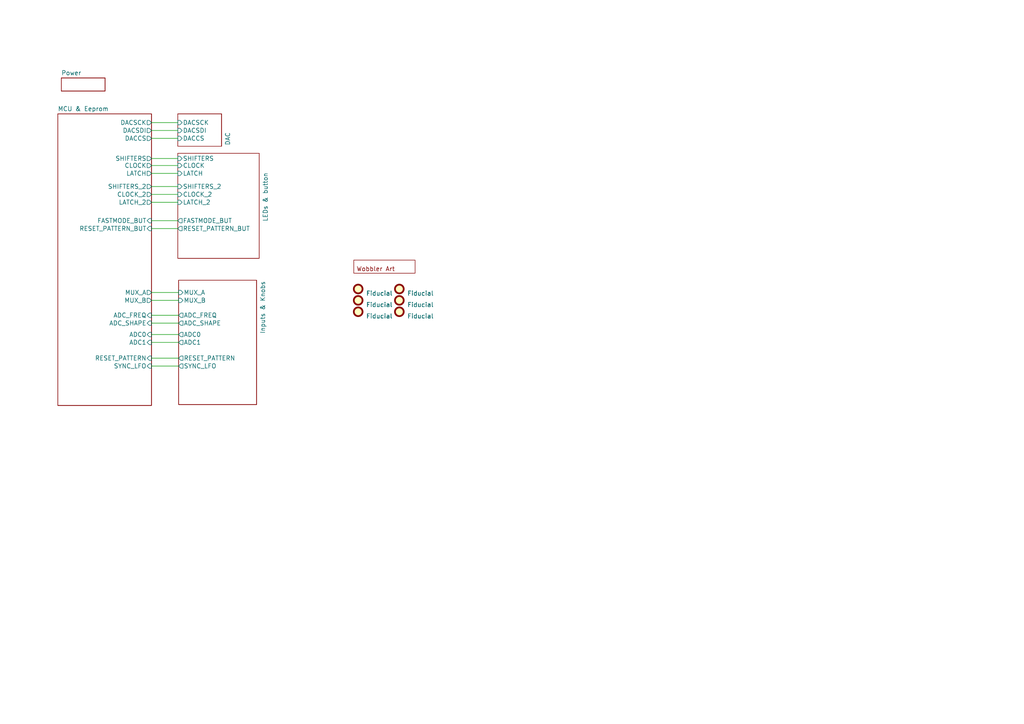
<source format=kicad_sch>
(kicad_sch (version 20211123) (generator eeschema)
  (paper "A4")
  (lib_symbols
    (symbol "Mechanical:Fiducial"
      (property "Reference" "FID" (at 0 5.08 0))
      (property "Value" "Fiducial" (at 0 3.175 0))
      (symbol "Fiducial_0_1"
        (circle (center 0 0) (radius 1.27) (stroke (width 0.508)) (fill (type background)))
      )
    )
    (symbol "Wobbler2_art:Wobbler2_PCBArt" (in_bom no)
      (symbol "Wobbler2_PCBArt_0_0"
        (text "Wobbler Art" (at -2.54 0 0) (effects (font (size 1.27 1.27))))
      )
      (symbol "Wobbler2_PCBArt_0_1"
        (rectangle (start -8.89 2.54) (end 8.89 -1.27) (stroke (width 0.1524)))
      )
    )
  )
  (wire (pts (xy 43.942 37.846) (xy 51.562 37.846)))
  (wire (pts (xy 43.942 97.028) (xy 51.816 97.028)))
  (wire (pts (xy 43.942 56.388) (xy 51.562 56.388)))
  (wire (pts (xy 43.942 103.886) (xy 51.816 103.886)))
  (wire (pts (xy 43.942 91.44) (xy 51.816 91.44)))
  (wire (pts (xy 43.942 48.006) (xy 51.562 48.006)))
  (wire (pts (xy 43.942 66.294) (xy 51.562 66.294)))
  (wire (pts (xy 43.942 87.122) (xy 51.816 87.122)))
  (wire (pts (xy 43.942 58.674) (xy 51.562 58.674)))
  (wire (pts (xy 43.942 64.008) (xy 51.562 64.008)))
  (wire (pts (xy 43.942 99.314) (xy 51.816 99.314)))
  (wire (pts (xy 43.942 50.292) (xy 51.562 50.292)))
  (wire (pts (xy 43.942 45.974) (xy 51.562 45.974)))
  (wire (pts (xy 43.942 54.102) (xy 51.562 54.102)))
  (wire (pts (xy 43.942 93.726) (xy 51.816 93.726)))
  (wire (pts (xy 43.942 35.56) (xy 51.562 35.56)))
  (wire (pts (xy 43.942 106.172) (xy 51.816 106.172)))
  (wire (pts (xy 43.942 40.132) (xy 51.562 40.132)))
  (wire (pts (xy 43.942 84.836) (xy 51.816 84.836)))
  (symbol (lib_id "Mechanical:Fiducial") (at 103.886 83.82 0) (unit 1)
    (property "Reference" "FID1" (effects hide))
    (property "Value" "Fiducial" (at 106.172 85.0899 0) (effects (justify left)))
    (property "Footprint" "Fiducial:Fiducial_1mm_Mask2mm" (effects hide))
  )
  (symbol (lib_id "Mechanical:Fiducial") (at 103.886 90.424 0) (unit 1)
    (property "Reference" "FID5" (effects hide))
    (property "Value" "Fiducial" (at 106.172 91.6939 0) (effects (justify left)))
    (property "Footprint" "Fiducial:Fiducial_1mm_Mask2mm" (effects hide))
  )
  (symbol (lib_id "Wobbler2_art:Wobbler2_PCBArt") (at 111.506 77.978 0) (unit 1) (in_bom no)
    (property "Reference" "A1" (effects hide))
    (property "Value" "Wobbler2_PCBArt" (effects hide))
    (property "Footprint" "TINRS - Wobbler (pico)sch:Wobbler2_art" (effects hide))
  )
  (symbol (lib_id "Mechanical:Fiducial") (at 115.824 90.424 0) (unit 1)
    (property "Reference" "FID6" (effects hide))
    (property "Value" "Fiducial" (at 118.11 91.6939 0) (effects (justify left)))
    (property "Footprint" "Fiducial:Fiducial_1mm_Mask2mm" (effects hide))
  )
  (symbol (lib_id "Mechanical:Fiducial") (at 115.824 87.122 0) (unit 1)
    (property "Reference" "FID4" (effects hide))
    (property "Value" "Fiducial" (at 118.11 88.3919 0) (effects (justify left)))
    (property "Footprint" "Fiducial:Fiducial_1mm_Mask2mm" (effects hide))
  )
  (symbol (lib_id "Mechanical:Fiducial") (at 115.824 83.82 0) (unit 1)
    (property "Reference" "FID2" (effects hide))
    (property "Value" "Fiducial" (at 118.11 85.0899 0) (effects (justify left)))
    (property "Footprint" "Fiducial:Fiducial_1mm_Mask2mm" (effects hide))
  )
  (symbol (lib_id "Mechanical:Fiducial") (at 103.886 87.122 0) (unit 1)
    (property "Reference" "FID3" (effects hide))
    (property "Value" "Fiducial" (at 106.172 88.3919 0) (effects (justify left)))
    (property "Footprint" "Fiducial:Fiducial_1mm_Mask2mm" (effects hide))
  )
  (sheet (at 51.562 44.45) (size 23.622 30.48)
    (property "Sheet name" "LEDs & button" (at 77.724 64.262 90) (effects (justify left bottom)))
    (property "Sheet file" "LEDs_&_button.kicad_sch" (effects hide))
    (pin "LATCH" input (at 51.562 50.292 180))
    (pin "CLOCK" input (at 51.562 48.006 180))
    (pin "SHIFTERS" input (at 51.562 45.974 180))
    (pin "RESET_PATTERN_BUT" output (at 51.562 66.294 180))
    (pin "FASTMODE_BUT" output (at 51.562 64.008 180))
    (pin "LATCH_2" input (at 51.562 58.674 180))
    (pin "CLOCK_2" input (at 51.562 56.388 180))
    (pin "SHIFTERS_2" input (at 51.562 54.102 180))
  )
  (sheet (at 16.764 33.02) (size 27.178 84.582)
    (property "Sheet name" "MCU & Eeprom" (at 16.764 32.3084 0) (effects (justify left bottom)))
    (property "Sheet file" "MCU_&_Eeprom.kicad_sch" (effects hide))
    (pin "DACSCK" output (at 43.942 35.56 0))
    (pin "DACCS" output (at 43.942 40.132 0))
    (pin "DACSDI" output (at 43.942 37.846 0))
    (pin "SHIFTERS_2" output (at 43.942 54.102 0))
    (pin "FASTMODE_BUT" input (at 43.942 64.008 0))
    (pin "CLOCK_2" output (at 43.942 56.388 0))
    (pin "SHIFTERS" output (at 43.942 45.974 0))
    (pin "LATCH_2" output (at 43.942 58.674 0))
    (pin "CLOCK" output (at 43.942 48.006 0))
    (pin "LATCH" output (at 43.942 50.292 0))
    (pin "RESET_PATTERN" input (at 43.942 103.886 0))
    (pin "RESET_PATTERN_BUT" input (at 43.942 66.294 0))
    (pin "SYNC_LFO" input (at 43.942 106.172 0))
    (pin "MUX_B" output (at 43.942 87.122 0))
    (pin "MUX_A" output (at 43.942 84.836 0))
    (pin "ADC1" input (at 43.942 99.314 0))
    (pin "ADC0" input (at 43.942 97.028 0))
    (pin "ADC_SHAPE" input (at 43.942 93.726 0))
    (pin "ADC_FREQ" input (at 43.942 91.44 0))
  )
  (sheet (at 51.562 33.02) (size 12.7 9.398)
    (property "Sheet name" "DAC" (at 66.802 42.164 90) (effects (justify left bottom)))
    (property "Sheet file" "DAC_&_Trigger_outs.kicad_sch" (effects hide))
    (pin "DACSCK" input (at 51.562 35.56 180))
    (pin "DACSDI" input (at 51.562 37.846 180))
    (pin "DACCS" input (at 51.562 40.132 180))
  )
  (sheet (at 51.816 81.28) (size 22.606 36.068)
    (property "Sheet name" "Inputs & Knobs" (at 76.962 96.774 90) (effects (justify left bottom)))
    (property "Sheet file" "Inputs_&_Knobs.kicad_sch" (effects hide))
    (pin "ADC_FREQ" output (at 51.816 91.44 180))
    (pin "ADC_SHAPE" output (at 51.816 93.726 180))
    (pin "ADC0" output (at 51.816 97.028 180))
    (pin "ADC1" output (at 51.816 99.314 180))
    (pin "MUX_A" input (at 51.816 84.836 180))
    (pin "MUX_B" input (at 51.816 87.122 180))
    (pin "RESET_PATTERN" output (at 51.816 103.886 180))
    (pin "SYNC_LFO" output (at 51.816 106.172 180))
  )
  (sheet (at 17.78 22.606) (size 12.7 3.81)
    (property "Sheet name" "Power" (at 17.78 21.8944 0) (effects (justify left bottom)))
    (property "Sheet file" "Power.kicad_sch" (effects hide))
  )
)
</source>
